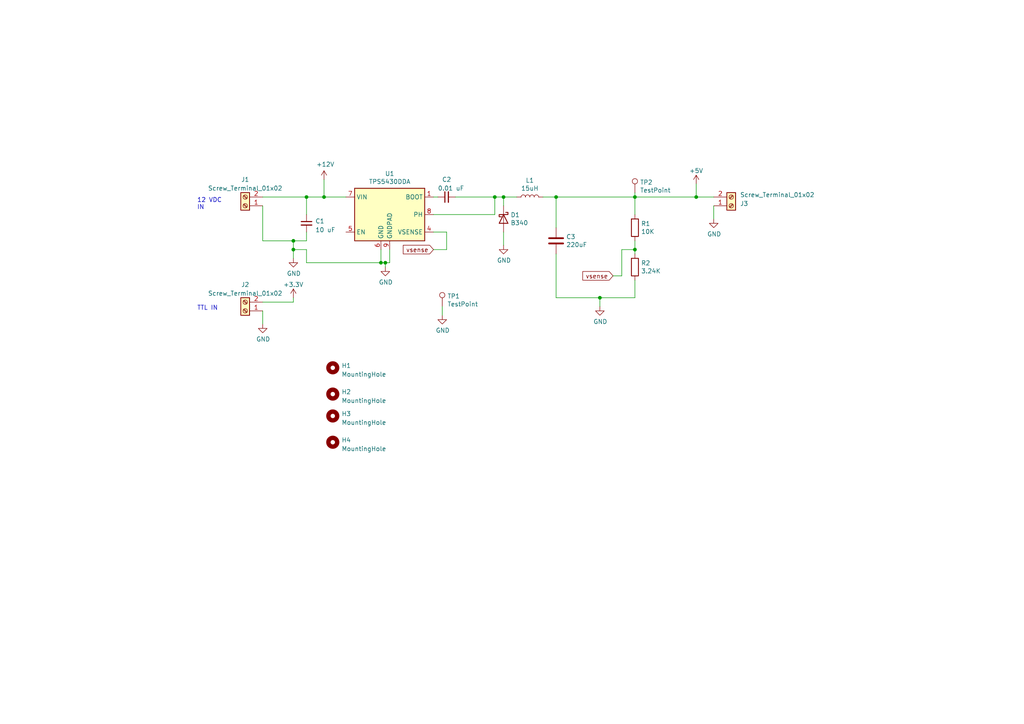
<source format=kicad_sch>
(kicad_sch (version 20230121) (generator eeschema)
  (paper "A4")
  (lib_symbols
    (symbol "Connector:Screw_Terminal_01x02" (pin_names (offset 1.016) hide)
      (property "Reference" "J" (at 0 2.54 0))
      (property "Value" "Screw_Terminal_01x02" (at 0 -5.08 0))
      (symbol "Screw_Terminal_01x02_1_1"
        (rectangle (start -1.27 1.27) (end 1.27 -3.81) (stroke (width 0.254)) (fill (type background)))
        (circle (center 0 -2.54) (radius 0.635) (stroke (width 0.1524)))
        (polyline (pts (xy -0.5334 -2.2098) (xy 0.3302 -3.048)) (stroke (width 0.1524)))
        (polyline (pts (xy -0.5334 0.3302) (xy 0.3302 -0.508)) (stroke (width 0.1524)))
        (polyline (pts (xy -0.3556 -2.032) (xy 0.508 -2.8702)) (stroke (width 0.1524)))
        (polyline (pts (xy -0.3556 0.508) (xy 0.508 -0.3302)) (stroke (width 0.1524)))
        (circle (center 0 0) (radius 0.635) (stroke (width 0.1524)))
        (pin passive line (at -5.08 0 0) (length 3.81) (name "Pin_1") (number "1"))
        (pin passive line (at -5.08 -2.54 0) (length 3.81) (name "Pin_2") (number "2"))
      )
    )
    (symbol "Connector:TestPoint" (pin_numbers hide) (pin_names (offset 0.762) hide)
      (property "Reference" "TP" (at 0 6.858 0))
      (property "Value" "TestPoint" (at 0 5.08 0))
      (symbol "TestPoint_0_1"
        (circle (center 0 3.302) (radius 0.762))
      )
      (symbol "TestPoint_1_1"
        (pin passive line (at 0 0 90) (length 2.54) (name "1") (number "1"))
      )
    )
    (symbol "Device:C" (pin_numbers hide) (pin_names (offset 0.254))
      (property "Reference" "C" (at 0.635 2.54 0))
      (property "Value" "C" (at 0.635 -2.54 0))
      (symbol "C_0_1"
        (polyline (pts (xy -2.032 -0.762) (xy 2.032 -0.762)) (stroke (width 0.508)))
        (polyline (pts (xy -2.032 0.762) (xy 2.032 0.762)) (stroke (width 0.508)))
      )
      (symbol "C_1_1"
        (pin passive line (at 0 3.81 270) (length 2.794) (name "~") (number "1"))
        (pin passive line (at 0 -3.81 90) (length 2.794) (name "~") (number "2"))
      )
    )
    (symbol "Device:C_Small" (pin_numbers hide) (pin_names (offset 0.254) hide)
      (property "Reference" "C" (at 0.254 1.778 0))
      (property "Value" "C_Small" (at 0.254 -2.032 0))
      (symbol "C_Small_0_1"
        (polyline (pts (xy -1.524 -0.508) (xy 1.524 -0.508)) (stroke (width 0.3302)))
        (polyline (pts (xy -1.524 0.508) (xy 1.524 0.508)) (stroke (width 0.3048)))
      )
      (symbol "C_Small_1_1"
        (pin passive line (at 0 2.54 270) (length 2.032) (name "~") (number "1"))
        (pin passive line (at 0 -2.54 90) (length 2.032) (name "~") (number "2"))
      )
    )
    (symbol "Device:L" (pin_numbers hide) (pin_names (offset 1.016) hide)
      (property "Reference" "L" (at -1.27 0 90))
      (property "Value" "L" (at 1.905 0 90))
      (symbol "L_0_1"
        (arc (start 0 -2.54) (mid 0.6323 -1.905) (end 0 -1.27))
        (arc (start 0 -1.27) (mid 0.6323 -0.635) (end 0 0))
        (arc (start 0 0) (mid 0.6323 0.635) (end 0 1.27))
        (arc (start 0 1.27) (mid 0.6323 1.905) (end 0 2.54))
      )
      (symbol "L_1_1"
        (pin passive line (at 0 3.81 270) (length 1.27) (name "1") (number "1"))
        (pin passive line (at 0 -3.81 90) (length 1.27) (name "2") (number "2"))
      )
    )
    (symbol "Device:R" (pin_numbers hide) (pin_names (offset 0))
      (property "Reference" "R" (at 2.032 0 90))
      (property "Value" "R" (at 0 0 90))
      (symbol "R_0_1"
        (rectangle (start -1.016 -2.54) (end 1.016 2.54) (stroke (width 0.254)))
      )
      (symbol "R_1_1"
        (pin passive line (at 0 3.81 270) (length 1.27) (name "~") (number "1"))
        (pin passive line (at 0 -3.81 90) (length 1.27) (name "~") (number "2"))
      )
    )
    (symbol "Diode:B340" (pin_numbers hide) (pin_names (offset 1.016) hide)
      (property "Reference" "D" (at 0 2.54 0))
      (property "Value" "B340" (at 0 -2.54 0))
      (symbol "B340_0_1"
        (polyline (pts (xy 1.27 0) (xy -1.27 0)))
        (polyline (pts (xy 1.27 1.27) (xy 1.27 -1.27) (xy -1.27 0) (xy 1.27 1.27)) (stroke (width 0.254)))
        (polyline (pts (xy -1.905 0.635) (xy -1.905 1.27) (xy -1.27 1.27) (xy -1.27 -1.27) (xy -0.635 -1.27) (xy -0.635 -0.635)) (stroke (width 0.254)))
      )
      (symbol "B340_1_1"
        (pin passive line (at -3.81 0 0) (length 2.54) (name "K") (number "1"))
        (pin passive line (at 3.81 0 180) (length 2.54) (name "A") (number "2"))
      )
    )
    (symbol "Mechanical:MountingHole" (pin_names (offset 1.016))
      (property "Reference" "H" (at 0 5.08 0))
      (property "Value" "MountingHole" (at 0 3.175 0))
      (symbol "MountingHole_0_1"
        (circle (center 0 0) (radius 1.27) (stroke (width 1.27)))
      )
    )
    (symbol "Regulator_Switching:TPS5430DDA"
      (property "Reference" "U" (at -10.16 8.89 0))
      (property "Value" "TPS5430DDA" (at -1.27 8.89 0))
      (symbol "TPS5430DDA_0_1"
        (rectangle (start -10.16 7.62) (end 10.16 -7.62) (stroke (width 0.254)) (fill (type background)))
      )
      (symbol "TPS5430DDA_1_1"
        (pin input line (at 12.7 5.08 180) (length 2.54) (name "BOOT") (number "1"))
        (pin no_connect line (at -10.16 2.54 0) (length 2.54) hide (name "NC") (number "2"))
        (pin no_connect line (at -10.16 -2.54 0) (length 2.54) hide (name "NC") (number "3"))
        (pin input line (at 12.7 -5.08 180) (length 2.54) (name "VSENSE") (number "4"))
        (pin input line (at -12.7 -5.08 0) (length 2.54) (name "EN") (number "5"))
        (pin power_in line (at -2.54 -10.16 90) (length 2.54) (name "GND") (number "6"))
        (pin power_in line (at -12.7 5.08 0) (length 2.54) (name "VIN") (number "7"))
        (pin output line (at 12.7 0 180) (length 2.54) (name "PH") (number "8"))
        (pin power_in line (at 0 -10.16 90) (length 2.54) (name "GNDPAD") (number "9"))
      )
    )
    (symbol "power:+12V" (power) (pin_names (offset 0))
      (property "Value" "+12V" (at 0 3.556 0))
      (symbol "+12V_0_1"
        (polyline (pts (xy -0.762 1.27) (xy 0 2.54)))
        (polyline (pts (xy 0 0) (xy 0 2.54)))
        (polyline (pts (xy 0 2.54) (xy 0.762 1.27)))
      )
      (symbol "+12V_1_1"
        (pin power_in line (at 0 0 90) (length 0) hide (name "+12V") (number "1"))
      )
    )
    (symbol "power:+3.3V" (power) (pin_names (offset 0))
      (property "Value" "+3.3V" (at 0 3.556 0))
      (symbol "+3.3V_0_1"
        (polyline (pts (xy -0.762 1.27) (xy 0 2.54)))
        (polyline (pts (xy 0 0) (xy 0 2.54)))
        (polyline (pts (xy 0 2.54) (xy 0.762 1.27)))
      )
      (symbol "+3.3V_1_1"
        (pin power_in line (at 0 0 90) (length 0) hide (name "+3.3V") (number "1"))
      )
    )
    (symbol "power:+5V" (power) (pin_names (offset 0))
      (property "Value" "+5V" (at 0 3.556 0))
      (symbol "+5V_0_1"
        (polyline (pts (xy -0.762 1.27) (xy 0 2.54)))
        (polyline (pts (xy 0 0) (xy 0 2.54)))
        (polyline (pts (xy 0 2.54) (xy 0.762 1.27)))
      )
      (symbol "+5V_1_1"
        (pin power_in line (at 0 0 90) (length 0) hide (name "+5V") (number "1"))
      )
    )
    (symbol "power:GND" (power) (pin_names (offset 0))
      (property "Value" "GND" (at 0 -3.81 0))
      (symbol "GND_0_1"
        (polyline (pts (xy 0 0) (xy 0 -1.27) (xy 1.27 -1.27) (xy 0 -2.54) (xy -1.27 -1.27) (xy 0 -1.27)))
      )
      (symbol "GND_1_1"
        (pin power_in line (at 0 0 270) (length 0) hide (name "GND") (number "1"))
      )
    )
  )
  (junction (at 110.49 76.2))
  (junction (at 111.76 76.2))
  (junction (at 184.15 57.15))
  (junction (at 184.15 72.39))
  (junction (at 173.99 86.36))
  (junction (at 161.29 57.15))
  (junction (at 93.98 57.15))
  (junction (at 88.9 57.15))
  (junction (at 146.05 57.15))
  (junction (at 143.51 57.15))
  (junction (at 201.93 57.15))
  (junction (at 85.09 72.39))
  (junction (at 85.09 69.85))
  (wire (pts (xy 184.15 57.15) (xy 184.15 62.23)))
  (wire (pts (xy 76.2 87.63) (xy 85.09 87.63)))
  (wire (pts (xy 76.2 57.15) (xy 88.9 57.15)))
  (wire (pts (xy 125.73 57.15) (xy 127 57.15)))
  (wire (pts (xy 128.27 91.44) (xy 128.27 88.9)))
  (wire (pts (xy 161.29 86.36) (xy 173.99 86.36)))
  (wire (pts (xy 146.05 67.31) (xy 146.05 71.12)))
  (wire (pts (xy 85.09 69.85) (xy 88.9 69.85)))
  (wire (pts (xy 113.03 72.39) (xy 113.03 76.2)))
  (wire (pts (xy 173.99 86.36) (xy 184.15 86.36)))
  (wire (pts (xy 125.73 67.31) (xy 129.54 67.31)))
  (wire (pts (xy 88.9 57.15) (xy 93.98 57.15)))
  (wire (pts (xy 85.09 72.39) (xy 85.09 74.93)))
  (wire (pts (xy 76.2 69.85) (xy 85.09 69.85)))
  (wire (pts (xy 110.49 76.2) (xy 111.76 76.2)))
  (wire (pts (xy 111.76 76.2) (xy 113.03 76.2)))
  (wire (pts (xy 207.01 59.69) (xy 207.01 63.5)))
  (wire (pts (xy 184.15 55.88) (xy 184.15 57.15)))
  (wire (pts (xy 76.2 59.69) (xy 76.2 69.85)))
  (wire (pts (xy 110.49 72.39) (xy 110.49 76.2)))
  (wire (pts (xy 88.9 67.31) (xy 88.9 69.85)))
  (wire (pts (xy 85.09 86.36) (xy 85.09 87.63)))
  (wire (pts (xy 85.09 69.85) (xy 85.09 72.39)))
  (wire (pts (xy 146.05 59.69) (xy 146.05 57.15)))
  (wire (pts (xy 129.54 67.31) (xy 129.54 72.39)))
  (wire (pts (xy 88.9 72.39) (xy 85.09 72.39)))
  (wire (pts (xy 146.05 57.15) (xy 143.51 57.15)))
  (wire (pts (xy 173.99 88.9) (xy 173.99 86.36)))
  (wire (pts (xy 184.15 72.39) (xy 184.15 73.66)))
  (wire (pts (xy 177.8 80.01) (xy 180.34 80.01)))
  (wire (pts (xy 201.93 53.34) (xy 201.93 57.15)))
  (wire (pts (xy 161.29 73.66) (xy 161.29 86.36)))
  (wire (pts (xy 180.34 80.01) (xy 180.34 72.39)))
  (wire (pts (xy 157.48 57.15) (xy 161.29 57.15)))
  (wire (pts (xy 93.98 52.07) (xy 93.98 57.15)))
  (wire (pts (xy 93.98 57.15) (xy 100.33 57.15)))
  (wire (pts (xy 180.34 72.39) (xy 184.15 72.39)))
  (wire (pts (xy 161.29 57.15) (xy 184.15 57.15)))
  (wire (pts (xy 76.2 90.17) (xy 76.2 93.98)))
  (wire (pts (xy 184.15 81.28) (xy 184.15 86.36)))
  (wire (pts (xy 111.76 77.47) (xy 111.76 76.2)))
  (wire (pts (xy 125.73 62.23) (xy 143.51 62.23)))
  (wire (pts (xy 143.51 62.23) (xy 143.51 57.15)))
  (wire (pts (xy 149.86 57.15) (xy 146.05 57.15)))
  (wire (pts (xy 88.9 76.2) (xy 88.9 72.39)))
  (wire (pts (xy 125.73 72.39) (xy 129.54 72.39)))
  (wire (pts (xy 88.9 62.23) (xy 88.9 57.15)))
  (wire (pts (xy 161.29 57.15) (xy 161.29 66.04)))
  (wire (pts (xy 132.08 57.15) (xy 143.51 57.15)))
  (wire (pts (xy 201.93 57.15) (xy 207.01 57.15)))
  (wire (pts (xy 184.15 69.85) (xy 184.15 72.39)))
  (wire (pts (xy 184.15 57.15) (xy 201.93 57.15)))
  (wire (pts (xy 110.49 76.2) (xy 88.9 76.2)))
  (text "12 VDC\nIN" (at 57.15 60.96 0) (effects (font (size 1.27 1.27)) (justify left bottom)))
  (text "TTL IN" (at 57.15 90.17 0) (effects (font (size 1.27 1.27)) (justify left bottom)))
  (global_label "vsense" (shape input) (at 177.8 80.01 180) (property "Intersheetrefs" "${INTERSHEET_REFS}" (effects hide)))
  (global_label "vsense" (shape input) (at 125.73 72.39 180) (property "Intersheetrefs" "${INTERSHEET_REFS}" (effects hide)))
  (symbol (lib_id "power:GND") (at 173.99 88.9 0) (unit 1)
    (property "Reference" "#PWR08" (effects hide))
    (property "Value" "GND" (at 174.117 93.2942 0))
  )
  (symbol (lib_id "Connector:Screw_Terminal_01x02") (at 212.09 59.69 0) (mirror x) (unit 1)
    (property "Reference" "J3" (at 214.63 59.055 0) (effects (justify left)))
    (property "Value" "Screw_Terminal_01x02" (at 214.63 56.515 0) (effects (justify left)))
    (property "Footprint" "TerminalBlock_Phoenix:TerminalBlock_Phoenix_MKDS-1,5-2-5.08_1x02_P5.08mm_Horizontal" (effects hide))
    (property "JLCPCB Part #" "C91153" (effects hide))
  )
  (symbol (lib_id "Device:R") (at 184.15 66.04 0) (unit 1)
    (property "Reference" "R1" (at 185.928 64.8716 0) (effects (justify left)))
    (property "Value" "10K" (at 185.928 67.183 0) (effects (justify left)))
    (property "Footprint" "Resistor_SMD:R_0402_1005Metric" (effects hide))
    (property "Digi-Key Part #" "311-10KJRTR-ND" (effects hide))
  )
  (symbol (lib_id "Mechanical:MountingHole") (at 96.52 128.27 0) (unit 1)
    (property "Reference" "H4" (at 99.06 127.635 0) (effects (justify left)))
    (property "Value" "MountingHole" (at 99.06 130.175 0) (effects (justify left)))
    (property "Footprint" "MountingHole:MountingHole_2.5mm" (effects hide))
  )
  (symbol (lib_id "Connector:TestPoint") (at 128.27 88.9 0) (unit 1)
    (property "Reference" "TP1" (at 129.7432 85.9028 0) (effects (justify left)))
    (property "Value" "TestPoint" (at 129.7432 88.2142 0) (effects (justify left)))
    (property "Footprint" "TestPoint:TestPoint_Pad_2.0x2.0mm" (effects hide))
  )
  (symbol (lib_id "Device:C_Small") (at 88.9 64.77 0) (unit 1)
    (property "Reference" "C1" (at 91.44 64.1413 0) (effects (justify left)))
    (property "Value" "10 uF" (at 91.44 66.6813 0) (effects (justify left)))
    (property "Footprint" "Capacitor_SMD:C_0805_2012Metric" (effects hide))
    (property "Digi-Key Part #" "1276-6454-2-ND" (effects hide))
  )
  (symbol (lib_id "Device:R") (at 184.15 77.47 0) (unit 1)
    (property "Reference" "R2" (at 185.928 76.3016 0) (effects (justify left)))
    (property "Value" "3.24K" (at 185.928 78.613 0) (effects (justify left)))
    (property "Footprint" "Resistor_SMD:R_0402_1005Metric" (effects hide))
    (property "Digi-Key Part #" "YAG3147TR-ND" (effects hide))
  )
  (symbol (lib_id "Device:C") (at 161.29 69.85 0) (unit 1)
    (property "Reference" "C3" (at 164.211 68.6816 0) (effects (justify left)))
    (property "Value" "220uF" (at 164.211 70.993 0) (effects (justify left)))
    (property "Footprint" "Capacitor_Tantalum_SMD:CP_EIA-7343-15_Kemet-W_Pad2.25x2.55mm_HandSolder" (effects hide))
    (property "Digi-Key Part #" "P16447TR-ND" (effects hide))
  )
  (symbol (lib_id "power:+12V") (at 93.98 52.07 0) (unit 1)
    (property "Reference" "#PWR02" (effects hide))
    (property "Value" "+12V" (at 94.361 47.6758 0))
  )
  (symbol (lib_id "power:GND") (at 76.2 93.98 0) (unit 1)
    (property "Reference" "#PWR01" (effects hide))
    (property "Value" "GND" (at 76.327 98.3742 0))
  )
  (symbol (lib_id "Mechanical:MountingHole") (at 96.52 106.68 0) (unit 1)
    (property "Reference" "H1" (at 99.06 106.045 0) (effects (justify left)))
    (property "Value" "MountingHole" (at 99.06 108.585 0) (effects (justify left)))
    (property "Footprint" "MountingHole:MountingHole_2.5mm" (effects hide))
  )
  (symbol (lib_id "Connector:Screw_Terminal_01x02") (at 71.12 90.17 180) (unit 1)
    (property "Reference" "J2" (at 71.12 82.55 0))
    (property "Value" "Screw_Terminal_01x02" (at 71.12 85.09 0))
    (property "Footprint" "TerminalBlock_Phoenix:TerminalBlock_Phoenix_MKDS-1,5-2-5.08_1x02_P5.08mm_Horizontal" (effects hide))
    (property "JLCPCB Part #" "C91153" (effects hide))
  )
  (symbol (lib_id "Diode:B340") (at 146.05 63.5 270) (unit 1)
    (property "Reference" "D1" (at 148.082 62.3316 90) (effects (justify left)))
    (property "Value" "B340" (at 148.082 64.643 90) (effects (justify left)))
    (property "Footprint" "Diode_SMD:D_SMA" (effects hide))
    (property "Datasheet" "http://www.jameco.com/Jameco/Products/ProdDS/1538777.pdf" (effects hide))
    (property "JLCPCB Part #" "C64982" (effects hide))
    (property "Digi-Key Part #" "B340AE-13DITR-ND" (effects hide))
  )
  (symbol (lib_id "power:GND") (at 85.09 74.93 0) (unit 1)
    (property "Reference" "#PWR03" (effects hide))
    (property "Value" "GND" (at 85.217 79.3242 0))
  )
  (symbol (lib_id "Connector:Screw_Terminal_01x02") (at 71.12 59.69 180) (unit 1)
    (property "Reference" "J1" (at 71.12 52.07 0))
    (property "Value" "Screw_Terminal_01x02" (at 71.12 54.61 0))
    (property "Footprint" "TerminalBlock_Phoenix:TerminalBlock_Phoenix_MKDS-1,5-2-5.08_1x02_P5.08mm_Horizontal" (effects hide))
    (property "JLCPCB Part #" "C91153" (effects hide))
  )
  (symbol (lib_id "Mechanical:MountingHole") (at 96.52 120.65 0) (unit 1)
    (property "Reference" "H3" (at 99.06 120.015 0) (effects (justify left)))
    (property "Value" "MountingHole" (at 99.06 122.555 0) (effects (justify left)))
    (property "Footprint" "MountingHole:MountingHole_2.5mm" (effects hide))
  )
  (symbol (lib_id "power:GND") (at 207.01 63.5 0) (unit 1)
    (property "Reference" "#PWR010" (effects hide))
    (property "Value" "GND" (at 207.137 67.8942 0))
  )
  (symbol (lib_id "Device:C_Small") (at 129.54 57.15 90) (unit 1)
    (property "Reference" "C2" (at 129.5463 52.07 90))
    (property "Value" "0.01 uF" (at 130.81 54.61 90))
    (property "Footprint" "Capacitor_SMD:C_0603_1608Metric" (effects hide))
    (property "Digi-Key Part #" "1292-1405-2-ND" (effects hide))
  )
  (symbol (lib_id "power:GND") (at 111.76 77.47 0) (unit 1)
    (property "Reference" "#PWR05" (effects hide))
    (property "Value" "GND" (at 111.887 81.8642 0))
  )
  (symbol (lib_id "power:GND") (at 146.05 71.12 0) (unit 1)
    (property "Reference" "#PWR07" (effects hide))
    (property "Value" "GND" (at 146.177 75.5142 0))
  )
  (symbol (lib_id "Mechanical:MountingHole") (at 96.52 114.3 0) (unit 1)
    (property "Reference" "H2" (at 99.06 113.665 0) (effects (justify left)))
    (property "Value" "MountingHole" (at 99.06 116.205 0) (effects (justify left)))
    (property "Footprint" "MountingHole:MountingHole_2.5mm" (effects hide))
  )
  (symbol (lib_id "power:+3.3V") (at 85.09 86.36 0) (unit 1)
    (property "Reference" "#PWR011" (effects hide))
    (property "Value" "+3.3V" (at 85.09 82.55 0))
  )
  (symbol (lib_id "power:GND") (at 128.27 91.44 0) (unit 1)
    (property "Reference" "#PWR06" (effects hide))
    (property "Value" "GND" (at 128.397 95.8342 0))
  )
  (symbol (lib_id "Connector:TestPoint") (at 184.15 55.88 0) (unit 1)
    (property "Reference" "TP2" (at 185.6232 52.8828 0) (effects (justify left)))
    (property "Value" "TestPoint" (at 185.6232 55.1942 0) (effects (justify left)))
    (property "Footprint" "TestPoint:TestPoint_Pad_2.0x2.0mm" (effects hide))
  )
  (symbol (lib_id "Regulator_Switching:TPS5430DDA") (at 113.03 62.23 0) (unit 1)
    (property "Reference" "U1" (at 113.03 50.3682 0))
    (property "Value" "TPS5430DDA" (at 113.03 52.6796 0))
    (property "Footprint" "Package_SO:TI_SO-PowerPAD-8_ThermalVias" (effects hide))
    (property "Datasheet" "http://www.ti.com/lit/ds/symlink/tps5430.pdf" (effects hide))
    (property "JLCPCB Part #" "C9864" (effects hide))
  )
  (symbol (lib_id "power:+5V") (at 201.93 53.34 0) (unit 1)
    (property "Reference" "#PWR09" (effects hide))
    (property "Value" "+5V" (at 201.93 49.53 0))
  )
  (symbol (lib_id "Device:L") (at 153.67 57.15 90) (unit 1)
    (property "Reference" "L1" (at 153.67 52.324 90))
    (property "Value" "15uH" (at 153.67 54.6354 90))
    (property "Footprint" "Inductor_SMD:L_10.4x10.4_H4.8" (effects hide))
    (property "Digi-Key Part #" "308-2278-2-ND" (effects hide))
  )
)
</source>
